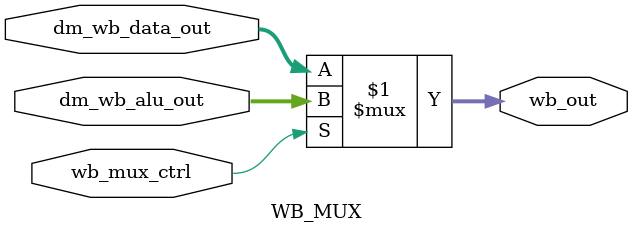
<source format=v>
module WB_MUX(
  wb_out,
  dm_wb_alu_out,
  dm_wb_data_out,
  wb_mux_ctrl
  );
  
  input [31:0] dm_wb_alu_out, dm_wb_data_out;
  input wb_mux_ctrl;
  output [31:0] wb_out;
  
  assign wb_out = wb_mux_ctrl ? dm_wb_alu_out : dm_wb_data_out;
  
endmodule

</source>
